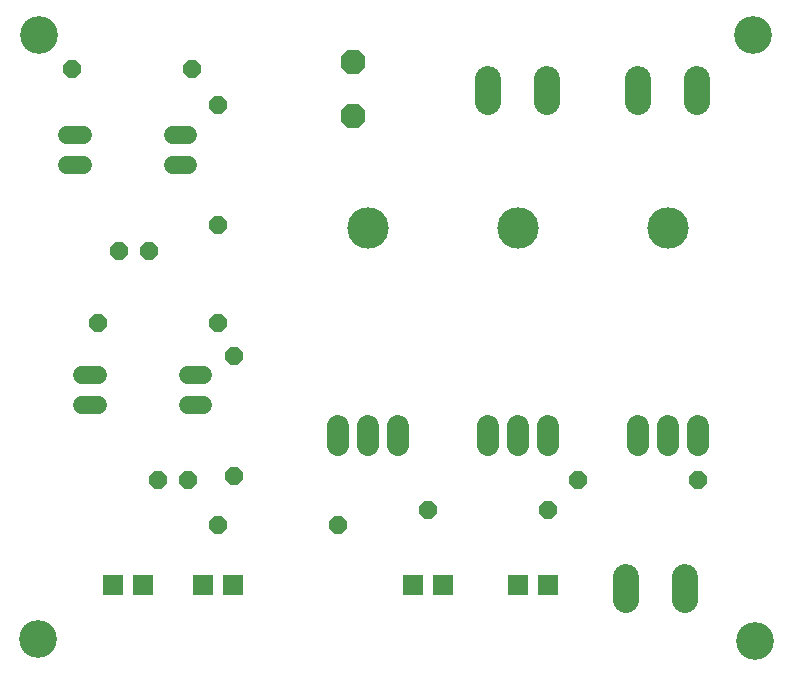
<source format=gbr>
G04 EAGLE Gerber RS-274X export*
G75*
%MOMM*%
%FSLAX34Y34*%
%LPD*%
%INSoldermask Top*%
%IPPOS*%
%AMOC8*
5,1,8,0,0,1.08239X$1,22.5*%
G01*
%ADD10C,3.203200*%
%ADD11C,2.184400*%
%ADD12P,1.649562X8X202.500000*%
%ADD13C,1.524000*%
%ADD14C,1.879600*%
%ADD15C,3.505200*%
%ADD16P,1.649562X8X22.500000*%
%ADD17P,1.649562X8X292.500000*%
%ADD18P,2.281895X8X112.500000*%
%ADD19R,1.727200X1.727200*%


D10*
X26670Y542290D03*
X631190Y542290D03*
X25400Y30480D03*
X632460Y29210D03*
D11*
X573786Y63754D02*
X573786Y83566D01*
X523494Y83566D02*
X523494Y63754D01*
D12*
X119380Y359410D03*
X93980Y359410D03*
X152400Y165100D03*
X127000Y165100D03*
D13*
X63500Y457200D02*
X50292Y457200D01*
X50292Y431800D02*
X63500Y431800D01*
X139700Y431800D02*
X152908Y431800D01*
X152908Y457200D02*
X139700Y457200D01*
X76200Y254000D02*
X62992Y254000D01*
X62992Y228600D02*
X76200Y228600D01*
X152400Y228600D02*
X165608Y228600D01*
X165608Y254000D02*
X152400Y254000D01*
D14*
X406400Y211582D02*
X406400Y194818D01*
X431800Y194818D02*
X431800Y211582D01*
X457200Y211582D02*
X457200Y194818D01*
D15*
X431800Y378460D03*
D14*
X533400Y211582D02*
X533400Y194818D01*
X558800Y194818D02*
X558800Y211582D01*
X584200Y211582D02*
X584200Y194818D01*
D15*
X558800Y378460D03*
D14*
X279400Y211582D02*
X279400Y194818D01*
X304800Y194818D02*
X304800Y211582D01*
X330200Y211582D02*
X330200Y194818D01*
D15*
X304800Y378460D03*
D16*
X54610Y513080D03*
X156210Y513080D03*
X355600Y139700D03*
X457200Y139700D03*
D12*
X584200Y165100D03*
X482600Y165100D03*
D16*
X177800Y127000D03*
X279400Y127000D03*
D17*
X177800Y482600D03*
X177800Y381000D03*
D16*
X76200Y298450D03*
X177800Y298450D03*
D17*
X191770Y270510D03*
X191770Y168910D03*
D11*
X406654Y485394D02*
X406654Y505206D01*
X456946Y505206D02*
X456946Y485394D01*
X533654Y485394D02*
X533654Y505206D01*
X583946Y505206D02*
X583946Y485394D01*
D18*
X292100Y473710D03*
X292100Y519430D03*
D19*
X88900Y76200D03*
X114300Y76200D03*
X431800Y76200D03*
X457200Y76200D03*
X342900Y76200D03*
X368300Y76200D03*
X165100Y76200D03*
X190500Y76200D03*
M02*

</source>
